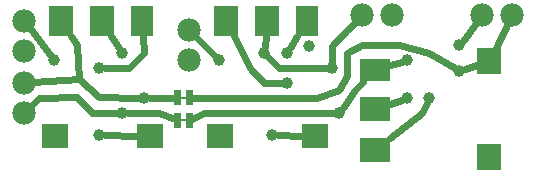
<source format=gbl>
G04 MADE WITH FRITZING*
G04 WWW.FRITZING.ORG*
G04 DOUBLE SIDED*
G04 HOLES PLATED*
G04 CONTOUR ON CENTER OF CONTOUR VECTOR*
%ASAXBY*%
%FSLAX23Y23*%
%MOIN*%
%OFA0B0*%
%SFA1.0B1.0*%
%ADD10C,0.039370*%
%ADD11C,0.078000*%
%ADD12R,0.088792X0.078736*%
%ADD13R,0.078750X0.098417*%
%ADD14R,0.088778X0.078736*%
%ADD15R,0.078208X0.098417*%
%ADD16R,0.078736X0.088792*%
%ADD17R,0.098417X0.078750*%
%ADD18R,0.078736X0.088778*%
%ADD19R,0.098417X0.078208*%
%ADD20C,0.008000*%
%ADD21C,0.024000*%
%ADD22R,0.001000X0.001000*%
%LNCOPPER0*%
G90*
G70*
G54D10*
X1014Y414D03*
X1014Y314D03*
X964Y139D03*
X389Y364D03*
X464Y414D03*
X1089Y438D03*
X939Y414D03*
G54D11*
X139Y313D03*
X139Y213D03*
X139Y313D03*
X139Y213D03*
G54D10*
X539Y264D03*
G54D11*
X1764Y539D03*
X1664Y539D03*
X1764Y539D03*
X1664Y539D03*
X1364Y539D03*
X1264Y539D03*
X1364Y539D03*
X1264Y539D03*
X689Y489D03*
X689Y389D03*
X689Y489D03*
X689Y389D03*
X139Y519D03*
X139Y419D03*
X139Y519D03*
X139Y419D03*
G54D10*
X464Y214D03*
X1189Y214D03*
X1589Y354D03*
X1414Y264D03*
X1489Y264D03*
X1164Y364D03*
X1589Y439D03*
X1414Y389D03*
X239Y389D03*
X789Y389D03*
X389Y139D03*
G54D12*
X240Y138D03*
G54D13*
X397Y521D03*
G54D14*
X557Y138D03*
G54D13*
X262Y521D03*
G54D15*
X530Y521D03*
G54D16*
X1689Y68D03*
G54D17*
X1307Y225D03*
G54D18*
X1689Y385D03*
G54D17*
X1307Y90D03*
G54D19*
X1307Y358D03*
G54D12*
X790Y138D03*
G54D13*
X947Y521D03*
G54D14*
X1108Y138D03*
G54D13*
X812Y521D03*
G54D15*
X1081Y521D03*
G54D20*
X654Y189D02*
X684Y189D01*
D02*
X654Y264D02*
X684Y264D01*
G54D21*
D02*
X1164Y438D02*
X1214Y489D01*
D02*
X1240Y289D02*
X1267Y318D01*
D02*
X1189Y289D02*
X1113Y264D01*
D02*
X322Y328D02*
X313Y439D01*
D02*
X313Y439D02*
X294Y470D01*
D02*
X520Y264D02*
X389Y265D01*
D02*
X1464Y214D02*
X1357Y130D01*
D02*
X988Y364D02*
X1145Y364D01*
D02*
X1164Y383D02*
X1164Y438D01*
D02*
X189Y263D02*
X313Y265D01*
D02*
X313Y265D02*
X364Y214D01*
D02*
X364Y214D02*
X445Y214D01*
D02*
X322Y328D02*
X169Y316D01*
D02*
X160Y235D02*
X189Y263D01*
D02*
X1607Y360D02*
X1648Y373D01*
D02*
X1200Y230D02*
X1240Y289D01*
D02*
X1480Y247D02*
X1464Y214D01*
D02*
X1396Y257D02*
X1357Y243D01*
D02*
X1600Y454D02*
X1646Y515D01*
D02*
X1357Y373D02*
X1396Y384D01*
D02*
X1751Y512D02*
X1711Y431D01*
D02*
X1214Y414D02*
X1214Y338D01*
D02*
X1214Y338D02*
X1189Y289D01*
D02*
X1264Y440D02*
X1214Y414D01*
D02*
X1388Y440D02*
X1264Y440D01*
D02*
X1573Y364D02*
X1488Y414D01*
D02*
X1488Y414D02*
X1388Y440D01*
D02*
X710Y468D02*
X775Y403D01*
D02*
X227Y404D02*
X157Y495D01*
D02*
X454Y430D02*
X429Y470D01*
D02*
X389Y265D02*
X322Y328D01*
D02*
X408Y139D02*
X511Y138D01*
D02*
X983Y139D02*
X1062Y138D01*
D02*
X539Y414D02*
X534Y470D01*
D02*
X408Y364D02*
X489Y364D01*
D02*
X489Y364D02*
X539Y414D01*
D02*
X940Y433D02*
X943Y470D01*
D02*
X939Y314D02*
X890Y364D01*
D02*
X995Y314D02*
X939Y314D01*
D02*
X952Y400D02*
X988Y364D01*
D02*
X1214Y489D02*
X1243Y518D01*
D02*
X1024Y430D02*
X1049Y470D01*
D02*
X890Y364D02*
X837Y470D01*
D02*
X1113Y264D02*
X696Y264D01*
D02*
X558Y264D02*
X642Y264D01*
D02*
X739Y214D02*
X696Y192D01*
D02*
X1170Y214D02*
X739Y214D01*
D02*
X588Y214D02*
X642Y192D01*
D02*
X483Y214D02*
X588Y214D01*
G36*
X636Y164D02*
X636Y214D01*
X661Y214D01*
X661Y164D01*
X636Y164D01*
G37*
D02*
G36*
X676Y164D02*
X676Y214D01*
X701Y214D01*
X701Y164D01*
X676Y164D01*
G37*
D02*
G36*
X636Y239D02*
X636Y289D01*
X661Y289D01*
X661Y239D01*
X636Y239D01*
G37*
D02*
G36*
X676Y239D02*
X676Y289D01*
X701Y289D01*
X701Y239D01*
X676Y239D01*
G37*
D02*
G54D22*
D02*
G04 End of Copper0*
M02*
</source>
